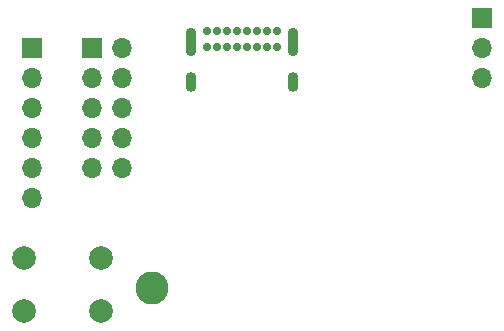
<source format=gbr>
%TF.GenerationSoftware,KiCad,Pcbnew,(6.0.5)*%
%TF.CreationDate,2024-02-02T14:17:11-06:00*%
%TF.ProjectId,exercise4_vbn3_ryfu2,65786572-6369-4736-9534-5f76626e335f,rev?*%
%TF.SameCoordinates,Original*%
%TF.FileFunction,Soldermask,Bot*%
%TF.FilePolarity,Negative*%
%FSLAX46Y46*%
G04 Gerber Fmt 4.6, Leading zero omitted, Abs format (unit mm)*
G04 Created by KiCad (PCBNEW (6.0.5)) date 2024-02-02 14:17:11*
%MOMM*%
%LPD*%
G01*
G04 APERTURE LIST*
%ADD10C,0.700000*%
%ADD11O,0.900000X1.700000*%
%ADD12O,0.900000X2.400000*%
%ADD13R,1.700000X1.700000*%
%ADD14O,1.700000X1.700000*%
%ADD15C,2.800000*%
%ADD16C,2.000000*%
G04 APERTURE END LIST*
D10*
%TO.C,J1*%
X154505000Y-51855000D03*
X155355000Y-51855000D03*
X156205000Y-51855000D03*
X157055000Y-51855000D03*
X157905000Y-51855000D03*
X158755000Y-51855000D03*
X159605000Y-51855000D03*
X160455000Y-51855000D03*
X160455000Y-53205000D03*
X159605000Y-53205000D03*
X158755000Y-53205000D03*
X157905000Y-53205000D03*
X157055000Y-53205000D03*
X156205000Y-53205000D03*
X155355000Y-53205000D03*
X154505000Y-53205000D03*
D11*
X161805000Y-56215000D03*
X153155000Y-56215000D03*
D12*
X161805000Y-52835000D03*
X153155000Y-52835000D03*
%TD*%
D13*
%TO.C,J4*%
X139700000Y-53340000D03*
D14*
X139700000Y-55880000D03*
X139700000Y-58420000D03*
X139700000Y-60960000D03*
X139700000Y-63500000D03*
X139700000Y-66040000D03*
%TD*%
D13*
%TO.C,J3*%
X177800000Y-50800000D03*
D14*
X177800000Y-53340000D03*
X177800000Y-55880000D03*
%TD*%
D13*
%TO.C,J2*%
X144780000Y-53340000D03*
D14*
X147320000Y-53340000D03*
X144780000Y-55880000D03*
X147320000Y-55880000D03*
X144780000Y-58420000D03*
X147320000Y-58420000D03*
X144780000Y-60960000D03*
X147320000Y-60960000D03*
X144780000Y-63500000D03*
X147320000Y-63500000D03*
%TD*%
D15*
%TO.C,TP1*%
X149860000Y-73660000D03*
%TD*%
D16*
%TO.C,SW1*%
X145490000Y-71120000D03*
X138990000Y-71120000D03*
X138990000Y-75620000D03*
X145490000Y-75620000D03*
%TD*%
M02*

</source>
